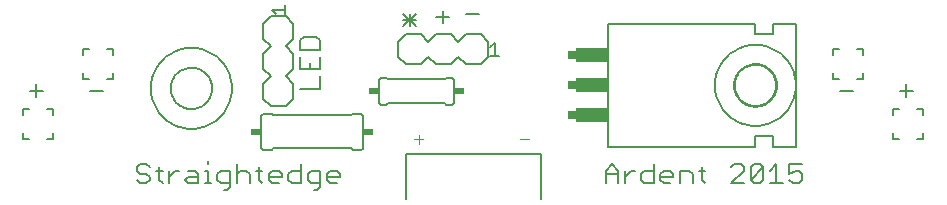
<source format=gto>
G75*
%MOIN*%
%OFA0B0*%
%FSLAX24Y24*%
%IPPOS*%
%LPD*%
%AMOC8*
5,1,8,0,0,1.08239X$1,22.5*
%
%ADD10C,0.0060*%
%ADD11R,0.0250X0.0300*%
%ADD12R,0.1100X0.0500*%
%ADD13R,0.0340X0.0240*%
%ADD14C,0.0050*%
%ADD15C,0.0040*%
%ADD16C,0.0080*%
D10*
X005960Y000817D02*
X006067Y000710D01*
X006280Y000710D01*
X006387Y000817D01*
X006387Y000924D01*
X006280Y001030D01*
X006067Y001030D01*
X005960Y001137D01*
X005960Y001244D01*
X006067Y001351D01*
X006280Y001351D01*
X006387Y001244D01*
X006605Y001137D02*
X006818Y001137D01*
X006711Y001244D02*
X006711Y000817D01*
X006818Y000710D01*
X007034Y000710D02*
X007034Y001137D01*
X007034Y000924D02*
X007248Y001137D01*
X007355Y001137D01*
X007678Y001137D02*
X007892Y001137D01*
X007998Y001030D01*
X007998Y000710D01*
X007678Y000710D01*
X007571Y000817D01*
X007678Y000924D01*
X007998Y000924D01*
X008646Y001030D02*
X008646Y000817D01*
X008752Y000710D01*
X009073Y000710D01*
X009073Y000603D02*
X009073Y001137D01*
X008752Y001137D01*
X008646Y001030D01*
X008323Y001137D02*
X008216Y001137D01*
X008323Y001137D02*
X008323Y000710D01*
X008429Y000710D02*
X008216Y000710D01*
X008859Y000496D02*
X008966Y000496D01*
X009073Y000603D01*
X009290Y000710D02*
X009290Y001351D01*
X010041Y001244D02*
X010041Y000817D01*
X010148Y000710D01*
X010364Y000817D02*
X010471Y000710D01*
X010685Y000710D01*
X011009Y000817D02*
X011116Y000710D01*
X011436Y000710D01*
X011436Y001351D01*
X011436Y001137D02*
X011116Y001137D01*
X011009Y001030D01*
X011009Y000817D01*
X010791Y000924D02*
X010364Y000924D01*
X010364Y001030D02*
X010364Y000817D01*
X010791Y000924D02*
X010791Y001030D01*
X010685Y001137D01*
X010471Y001137D01*
X010364Y001030D01*
X010148Y001137D02*
X009935Y001137D01*
X009717Y001030D02*
X009610Y001137D01*
X009397Y001137D01*
X009290Y001030D01*
X009717Y001030D02*
X009717Y000710D01*
X011654Y000817D02*
X011760Y000710D01*
X012081Y000710D01*
X012081Y000603D02*
X012081Y001137D01*
X011760Y001137D01*
X011654Y001030D01*
X011654Y000817D01*
X012298Y000817D02*
X012298Y001030D01*
X012405Y001137D01*
X012618Y001137D01*
X012725Y001030D01*
X012725Y000924D01*
X012298Y000924D01*
X012298Y000817D02*
X012405Y000710D01*
X012618Y000710D01*
X012081Y000603D02*
X011974Y000496D01*
X011867Y000496D01*
X008323Y001351D02*
X008323Y001457D01*
X010205Y001830D02*
X010455Y001830D01*
X010505Y001880D01*
X013105Y001880D01*
X013155Y001830D01*
X013405Y001830D01*
X013422Y001832D01*
X013439Y001836D01*
X013455Y001843D01*
X013469Y001853D01*
X013482Y001866D01*
X013492Y001880D01*
X013499Y001896D01*
X013503Y001913D01*
X013505Y001930D01*
X013505Y002930D01*
X013503Y002947D01*
X013499Y002964D01*
X013492Y002980D01*
X013482Y002994D01*
X013469Y003007D01*
X013455Y003017D01*
X013439Y003024D01*
X013422Y003028D01*
X013405Y003030D01*
X013155Y003030D01*
X013105Y002980D01*
X010505Y002980D01*
X010455Y003030D01*
X010205Y003030D01*
X010188Y003028D01*
X010171Y003024D01*
X010155Y003017D01*
X010141Y003007D01*
X010128Y002994D01*
X010118Y002980D01*
X010111Y002964D01*
X010107Y002947D01*
X010105Y002930D01*
X010105Y001930D01*
X010107Y001913D01*
X010111Y001896D01*
X010118Y001880D01*
X010128Y001866D01*
X010141Y001853D01*
X010155Y001843D01*
X010171Y001836D01*
X010188Y001832D01*
X010205Y001830D01*
X010430Y003280D02*
X010930Y003280D01*
X011180Y003530D01*
X011180Y004030D01*
X010930Y004280D01*
X011180Y004530D01*
X011180Y005030D01*
X010930Y005280D01*
X011180Y005530D01*
X011180Y006030D01*
X010930Y006280D01*
X010430Y006280D01*
X010180Y006030D01*
X010180Y005530D01*
X010430Y005280D01*
X010180Y005030D01*
X010180Y004530D01*
X010430Y004280D01*
X010180Y004030D01*
X010180Y003530D01*
X010430Y003280D01*
X011409Y003868D02*
X012050Y003868D01*
X012050Y004295D01*
X012050Y004513D02*
X011409Y004513D01*
X011409Y004940D01*
X012050Y004940D02*
X012050Y004513D01*
X011730Y004513D02*
X011730Y004726D01*
X012050Y005157D02*
X011409Y005157D01*
X011409Y005478D01*
X011516Y005584D01*
X011943Y005584D01*
X012050Y005478D01*
X012050Y005157D01*
X014680Y004930D02*
X014680Y005430D01*
X014930Y005680D01*
X015430Y005680D01*
X015680Y005430D01*
X015930Y005680D01*
X016430Y005680D01*
X016680Y005430D01*
X016930Y005680D01*
X017430Y005680D01*
X017680Y005430D01*
X017680Y004930D01*
X017430Y004680D01*
X016930Y004680D01*
X016680Y004930D01*
X016430Y004680D01*
X015930Y004680D01*
X015680Y004930D01*
X015430Y004680D01*
X014930Y004680D01*
X014680Y004930D01*
X014280Y004230D02*
X014330Y004180D01*
X016230Y004180D01*
X016280Y004230D01*
X016430Y004230D01*
X016447Y004228D01*
X016464Y004224D01*
X016480Y004217D01*
X016494Y004207D01*
X016507Y004194D01*
X016517Y004180D01*
X016524Y004164D01*
X016528Y004147D01*
X016530Y004130D01*
X016530Y003430D01*
X016528Y003413D01*
X016524Y003396D01*
X016517Y003380D01*
X016507Y003366D01*
X016494Y003353D01*
X016480Y003343D01*
X016464Y003336D01*
X016447Y003332D01*
X016430Y003330D01*
X016280Y003330D01*
X016230Y003380D01*
X014330Y003380D01*
X014280Y003330D01*
X014130Y003330D01*
X014113Y003332D01*
X014096Y003336D01*
X014080Y003343D01*
X014066Y003353D01*
X014053Y003366D01*
X014043Y003380D01*
X014036Y003396D01*
X014032Y003413D01*
X014030Y003430D01*
X014030Y004130D01*
X014032Y004147D01*
X014036Y004164D01*
X014043Y004180D01*
X014053Y004194D01*
X014066Y004207D01*
X014080Y004217D01*
X014096Y004224D01*
X014113Y004228D01*
X014130Y004230D01*
X014280Y004230D01*
X006430Y003880D02*
X006432Y003953D01*
X006438Y004026D01*
X006448Y004098D01*
X006462Y004170D01*
X006479Y004241D01*
X006501Y004311D01*
X006526Y004380D01*
X006555Y004447D01*
X006587Y004512D01*
X006623Y004576D01*
X006663Y004638D01*
X006705Y004697D01*
X006751Y004754D01*
X006800Y004808D01*
X006852Y004860D01*
X006906Y004909D01*
X006963Y004955D01*
X007022Y004997D01*
X007084Y005037D01*
X007148Y005073D01*
X007213Y005105D01*
X007280Y005134D01*
X007349Y005159D01*
X007419Y005181D01*
X007490Y005198D01*
X007562Y005212D01*
X007634Y005222D01*
X007707Y005228D01*
X007780Y005230D01*
X007853Y005228D01*
X007926Y005222D01*
X007998Y005212D01*
X008070Y005198D01*
X008141Y005181D01*
X008211Y005159D01*
X008280Y005134D01*
X008347Y005105D01*
X008412Y005073D01*
X008476Y005037D01*
X008538Y004997D01*
X008597Y004955D01*
X008654Y004909D01*
X008708Y004860D01*
X008760Y004808D01*
X008809Y004754D01*
X008855Y004697D01*
X008897Y004638D01*
X008937Y004576D01*
X008973Y004512D01*
X009005Y004447D01*
X009034Y004380D01*
X009059Y004311D01*
X009081Y004241D01*
X009098Y004170D01*
X009112Y004098D01*
X009122Y004026D01*
X009128Y003953D01*
X009130Y003880D01*
X009128Y003807D01*
X009122Y003734D01*
X009112Y003662D01*
X009098Y003590D01*
X009081Y003519D01*
X009059Y003449D01*
X009034Y003380D01*
X009005Y003313D01*
X008973Y003248D01*
X008937Y003184D01*
X008897Y003122D01*
X008855Y003063D01*
X008809Y003006D01*
X008760Y002952D01*
X008708Y002900D01*
X008654Y002851D01*
X008597Y002805D01*
X008538Y002763D01*
X008476Y002723D01*
X008412Y002687D01*
X008347Y002655D01*
X008280Y002626D01*
X008211Y002601D01*
X008141Y002579D01*
X008070Y002562D01*
X007998Y002548D01*
X007926Y002538D01*
X007853Y002532D01*
X007780Y002530D01*
X007707Y002532D01*
X007634Y002538D01*
X007562Y002548D01*
X007490Y002562D01*
X007419Y002579D01*
X007349Y002601D01*
X007280Y002626D01*
X007213Y002655D01*
X007148Y002687D01*
X007084Y002723D01*
X007022Y002763D01*
X006963Y002805D01*
X006906Y002851D01*
X006852Y002900D01*
X006800Y002952D01*
X006751Y003006D01*
X006705Y003063D01*
X006663Y003122D01*
X006623Y003184D01*
X006587Y003248D01*
X006555Y003313D01*
X006526Y003380D01*
X006501Y003449D01*
X006479Y003519D01*
X006462Y003590D01*
X006448Y003662D01*
X006438Y003734D01*
X006432Y003807D01*
X006430Y003880D01*
X005180Y004180D02*
X004980Y004180D01*
X005180Y004180D02*
X005180Y004380D01*
X004380Y004180D02*
X004180Y004180D01*
X004180Y004380D01*
X002601Y004019D02*
X002601Y003592D01*
X002388Y003805D02*
X002815Y003805D01*
X004388Y003805D02*
X004815Y003805D01*
X003180Y003180D02*
X002980Y003180D01*
X003180Y003180D02*
X003180Y002980D01*
X002380Y003180D02*
X002180Y003180D01*
X002180Y002980D01*
X002180Y002380D02*
X002180Y002180D01*
X002380Y002180D01*
X002980Y002180D02*
X003180Y002180D01*
X003180Y002380D01*
X004180Y004980D02*
X004180Y005180D01*
X004380Y005180D01*
X004980Y005180D02*
X005180Y005180D01*
X005180Y004980D01*
X014838Y005942D02*
X015265Y006369D01*
X015051Y006369D02*
X015051Y005942D01*
X015265Y005942D02*
X014838Y006369D01*
X014838Y006155D02*
X015265Y006155D01*
X015938Y006255D02*
X016365Y006255D01*
X016151Y006042D02*
X016151Y006469D01*
X016938Y006355D02*
X017365Y006355D01*
X021680Y006030D02*
X026580Y006030D01*
X026580Y005680D01*
X027180Y005680D01*
X027180Y006030D01*
X027930Y006030D01*
X027930Y001930D01*
X027180Y001930D01*
X027180Y002280D01*
X026580Y002280D01*
X026580Y001930D01*
X021680Y001930D01*
X021680Y006030D01*
X029180Y005180D02*
X029180Y004980D01*
X029180Y005180D02*
X029380Y005180D01*
X029980Y005180D02*
X030180Y005180D01*
X030180Y004980D01*
X030180Y004380D02*
X030180Y004180D01*
X029980Y004180D01*
X029380Y004180D02*
X029180Y004180D01*
X029180Y004380D01*
X031601Y004019D02*
X031601Y003592D01*
X031388Y003805D02*
X031815Y003805D01*
X029815Y003805D02*
X029388Y003805D01*
X031180Y003180D02*
X031380Y003180D01*
X031180Y003180D02*
X031180Y002980D01*
X031980Y003180D02*
X032180Y003180D01*
X032180Y002980D01*
X032180Y002380D02*
X032180Y002180D01*
X031980Y002180D01*
X031380Y002180D02*
X031180Y002180D01*
X031180Y002380D01*
X028135Y001351D02*
X027708Y001351D01*
X027708Y001030D01*
X027922Y001137D01*
X028028Y001137D01*
X028135Y001030D01*
X028135Y000817D01*
X028028Y000710D01*
X027815Y000710D01*
X027708Y000817D01*
X027491Y000710D02*
X027064Y000710D01*
X027277Y000710D02*
X027277Y001351D01*
X027064Y001137D01*
X026846Y001244D02*
X026419Y000817D01*
X026526Y000710D01*
X026739Y000710D01*
X026846Y000817D01*
X026846Y001244D01*
X026739Y001351D01*
X026526Y001351D01*
X026419Y001244D01*
X026419Y000817D01*
X026202Y000710D02*
X025775Y000710D01*
X026202Y001137D01*
X026202Y001244D01*
X026095Y001351D01*
X025881Y001351D01*
X025775Y001244D01*
X024914Y001137D02*
X024700Y001137D01*
X024807Y001244D02*
X024807Y000817D01*
X024914Y000710D01*
X024483Y000710D02*
X024483Y001030D01*
X024376Y001137D01*
X024056Y001137D01*
X024056Y000710D01*
X023731Y000710D02*
X023518Y000710D01*
X023411Y000817D01*
X023411Y001030D01*
X023518Y001137D01*
X023731Y001137D01*
X023838Y001030D01*
X023838Y000924D01*
X023411Y000924D01*
X022873Y001137D02*
X022767Y001030D01*
X022767Y000817D01*
X022873Y000710D01*
X023194Y000710D01*
X023194Y001351D01*
X023194Y001137D02*
X022873Y001137D01*
X022550Y001137D02*
X022443Y001137D01*
X022230Y000924D01*
X022012Y001030D02*
X021585Y001030D01*
X021585Y001137D02*
X021799Y001351D01*
X022012Y001137D01*
X022012Y000710D01*
X022230Y000710D02*
X022230Y001137D01*
X021585Y001137D02*
X021585Y000710D01*
X025230Y003980D02*
X025232Y004053D01*
X025238Y004126D01*
X025248Y004198D01*
X025262Y004270D01*
X025279Y004341D01*
X025301Y004411D01*
X025326Y004480D01*
X025355Y004547D01*
X025387Y004612D01*
X025423Y004676D01*
X025463Y004738D01*
X025505Y004797D01*
X025551Y004854D01*
X025600Y004908D01*
X025652Y004960D01*
X025706Y005009D01*
X025763Y005055D01*
X025822Y005097D01*
X025884Y005137D01*
X025948Y005173D01*
X026013Y005205D01*
X026080Y005234D01*
X026149Y005259D01*
X026219Y005281D01*
X026290Y005298D01*
X026362Y005312D01*
X026434Y005322D01*
X026507Y005328D01*
X026580Y005330D01*
X026653Y005328D01*
X026726Y005322D01*
X026798Y005312D01*
X026870Y005298D01*
X026941Y005281D01*
X027011Y005259D01*
X027080Y005234D01*
X027147Y005205D01*
X027212Y005173D01*
X027276Y005137D01*
X027338Y005097D01*
X027397Y005055D01*
X027454Y005009D01*
X027508Y004960D01*
X027560Y004908D01*
X027609Y004854D01*
X027655Y004797D01*
X027697Y004738D01*
X027737Y004676D01*
X027773Y004612D01*
X027805Y004547D01*
X027834Y004480D01*
X027859Y004411D01*
X027881Y004341D01*
X027898Y004270D01*
X027912Y004198D01*
X027922Y004126D01*
X027928Y004053D01*
X027930Y003980D01*
X027928Y003907D01*
X027922Y003834D01*
X027912Y003762D01*
X027898Y003690D01*
X027881Y003619D01*
X027859Y003549D01*
X027834Y003480D01*
X027805Y003413D01*
X027773Y003348D01*
X027737Y003284D01*
X027697Y003222D01*
X027655Y003163D01*
X027609Y003106D01*
X027560Y003052D01*
X027508Y003000D01*
X027454Y002951D01*
X027397Y002905D01*
X027338Y002863D01*
X027276Y002823D01*
X027212Y002787D01*
X027147Y002755D01*
X027080Y002726D01*
X027011Y002701D01*
X026941Y002679D01*
X026870Y002662D01*
X026798Y002648D01*
X026726Y002638D01*
X026653Y002632D01*
X026580Y002630D01*
X026507Y002632D01*
X026434Y002638D01*
X026362Y002648D01*
X026290Y002662D01*
X026219Y002679D01*
X026149Y002701D01*
X026080Y002726D01*
X026013Y002755D01*
X025948Y002787D01*
X025884Y002823D01*
X025822Y002863D01*
X025763Y002905D01*
X025706Y002951D01*
X025652Y003000D01*
X025600Y003052D01*
X025551Y003106D01*
X025505Y003163D01*
X025463Y003222D01*
X025423Y003284D01*
X025387Y003348D01*
X025355Y003413D01*
X025326Y003480D01*
X025301Y003549D01*
X025279Y003619D01*
X025262Y003690D01*
X025248Y003762D01*
X025238Y003834D01*
X025232Y003907D01*
X025230Y003980D01*
X025870Y003980D02*
X025872Y004033D01*
X025878Y004086D01*
X025888Y004138D01*
X025902Y004189D01*
X025919Y004239D01*
X025940Y004288D01*
X025965Y004335D01*
X025993Y004380D01*
X026025Y004423D01*
X026060Y004463D01*
X026097Y004500D01*
X026137Y004535D01*
X026180Y004567D01*
X026225Y004595D01*
X026272Y004620D01*
X026321Y004641D01*
X026371Y004658D01*
X026422Y004672D01*
X026474Y004682D01*
X026527Y004688D01*
X026580Y004690D01*
X026633Y004688D01*
X026686Y004682D01*
X026738Y004672D01*
X026789Y004658D01*
X026839Y004641D01*
X026888Y004620D01*
X026935Y004595D01*
X026980Y004567D01*
X027023Y004535D01*
X027063Y004500D01*
X027100Y004463D01*
X027135Y004423D01*
X027167Y004380D01*
X027195Y004335D01*
X027220Y004288D01*
X027241Y004239D01*
X027258Y004189D01*
X027272Y004138D01*
X027282Y004086D01*
X027288Y004033D01*
X027290Y003980D01*
X027288Y003927D01*
X027282Y003874D01*
X027272Y003822D01*
X027258Y003771D01*
X027241Y003721D01*
X027220Y003672D01*
X027195Y003625D01*
X027167Y003580D01*
X027135Y003537D01*
X027100Y003497D01*
X027063Y003460D01*
X027023Y003425D01*
X026980Y003393D01*
X026935Y003365D01*
X026888Y003340D01*
X026839Y003319D01*
X026789Y003302D01*
X026738Y003288D01*
X026686Y003278D01*
X026633Y003272D01*
X026580Y003270D01*
X026527Y003272D01*
X026474Y003278D01*
X026422Y003288D01*
X026371Y003302D01*
X026321Y003319D01*
X026272Y003340D01*
X026225Y003365D01*
X026180Y003393D01*
X026137Y003425D01*
X026097Y003460D01*
X026060Y003497D01*
X026025Y003537D01*
X025993Y003580D01*
X025965Y003625D01*
X025940Y003672D01*
X025919Y003721D01*
X025902Y003771D01*
X025888Y003822D01*
X025878Y003874D01*
X025872Y003927D01*
X025870Y003980D01*
D11*
X020455Y003980D03*
X020455Y004980D03*
X020455Y002980D03*
D12*
X021130Y002980D03*
X021130Y003980D03*
X021130Y004980D03*
D13*
X016700Y003780D03*
X013860Y003780D03*
X013675Y002430D03*
X009935Y002430D03*
D14*
X014930Y001680D02*
X014930Y000180D01*
X019430Y000180D02*
X019430Y001680D01*
X014930Y001680D01*
X017745Y004955D02*
X018045Y004955D01*
X017895Y004955D02*
X017895Y005405D01*
X017745Y005255D01*
X010905Y006345D02*
X010905Y006645D01*
X010905Y006495D02*
X010455Y006495D01*
X010605Y006345D01*
D15*
X015353Y002334D02*
X015353Y002027D01*
X015200Y002180D02*
X015507Y002180D01*
X018740Y002180D02*
X019047Y002180D01*
D16*
X025891Y003980D02*
X025893Y004032D01*
X025899Y004084D01*
X025909Y004135D01*
X025922Y004185D01*
X025940Y004235D01*
X025961Y004282D01*
X025985Y004328D01*
X026014Y004372D01*
X026045Y004414D01*
X026079Y004453D01*
X026116Y004490D01*
X026156Y004523D01*
X026199Y004554D01*
X026243Y004581D01*
X026289Y004605D01*
X026338Y004625D01*
X026387Y004641D01*
X026438Y004654D01*
X026489Y004663D01*
X026541Y004668D01*
X026593Y004669D01*
X026645Y004666D01*
X026697Y004659D01*
X026748Y004648D01*
X026798Y004634D01*
X026847Y004615D01*
X026894Y004593D01*
X026939Y004568D01*
X026983Y004539D01*
X027024Y004507D01*
X027063Y004472D01*
X027098Y004434D01*
X027131Y004393D01*
X027161Y004351D01*
X027187Y004306D01*
X027210Y004259D01*
X027229Y004210D01*
X027245Y004160D01*
X027257Y004110D01*
X027265Y004058D01*
X027269Y004006D01*
X027269Y003954D01*
X027265Y003902D01*
X027257Y003850D01*
X027245Y003800D01*
X027229Y003750D01*
X027210Y003701D01*
X027187Y003654D01*
X027161Y003609D01*
X027131Y003567D01*
X027098Y003526D01*
X027063Y003488D01*
X027024Y003453D01*
X026983Y003421D01*
X026939Y003392D01*
X026894Y003367D01*
X026847Y003345D01*
X026798Y003326D01*
X026748Y003312D01*
X026697Y003301D01*
X026645Y003294D01*
X026593Y003291D01*
X026541Y003292D01*
X026489Y003297D01*
X026438Y003306D01*
X026387Y003319D01*
X026338Y003335D01*
X026289Y003355D01*
X026243Y003379D01*
X026199Y003406D01*
X026156Y003437D01*
X026116Y003470D01*
X026079Y003507D01*
X026045Y003546D01*
X026014Y003588D01*
X025985Y003632D01*
X025961Y003678D01*
X025940Y003725D01*
X025922Y003775D01*
X025909Y003825D01*
X025899Y003876D01*
X025893Y003928D01*
X025891Y003980D01*
X007091Y003880D02*
X007093Y003932D01*
X007099Y003984D01*
X007109Y004035D01*
X007122Y004085D01*
X007140Y004135D01*
X007161Y004182D01*
X007185Y004228D01*
X007214Y004272D01*
X007245Y004314D01*
X007279Y004353D01*
X007316Y004390D01*
X007356Y004423D01*
X007399Y004454D01*
X007443Y004481D01*
X007489Y004505D01*
X007538Y004525D01*
X007587Y004541D01*
X007638Y004554D01*
X007689Y004563D01*
X007741Y004568D01*
X007793Y004569D01*
X007845Y004566D01*
X007897Y004559D01*
X007948Y004548D01*
X007998Y004534D01*
X008047Y004515D01*
X008094Y004493D01*
X008139Y004468D01*
X008183Y004439D01*
X008224Y004407D01*
X008263Y004372D01*
X008298Y004334D01*
X008331Y004293D01*
X008361Y004251D01*
X008387Y004206D01*
X008410Y004159D01*
X008429Y004110D01*
X008445Y004060D01*
X008457Y004010D01*
X008465Y003958D01*
X008469Y003906D01*
X008469Y003854D01*
X008465Y003802D01*
X008457Y003750D01*
X008445Y003700D01*
X008429Y003650D01*
X008410Y003601D01*
X008387Y003554D01*
X008361Y003509D01*
X008331Y003467D01*
X008298Y003426D01*
X008263Y003388D01*
X008224Y003353D01*
X008183Y003321D01*
X008139Y003292D01*
X008094Y003267D01*
X008047Y003245D01*
X007998Y003226D01*
X007948Y003212D01*
X007897Y003201D01*
X007845Y003194D01*
X007793Y003191D01*
X007741Y003192D01*
X007689Y003197D01*
X007638Y003206D01*
X007587Y003219D01*
X007538Y003235D01*
X007489Y003255D01*
X007443Y003279D01*
X007399Y003306D01*
X007356Y003337D01*
X007316Y003370D01*
X007279Y003407D01*
X007245Y003446D01*
X007214Y003488D01*
X007185Y003532D01*
X007161Y003578D01*
X007140Y003625D01*
X007122Y003675D01*
X007109Y003725D01*
X007099Y003776D01*
X007093Y003828D01*
X007091Y003880D01*
M02*

</source>
